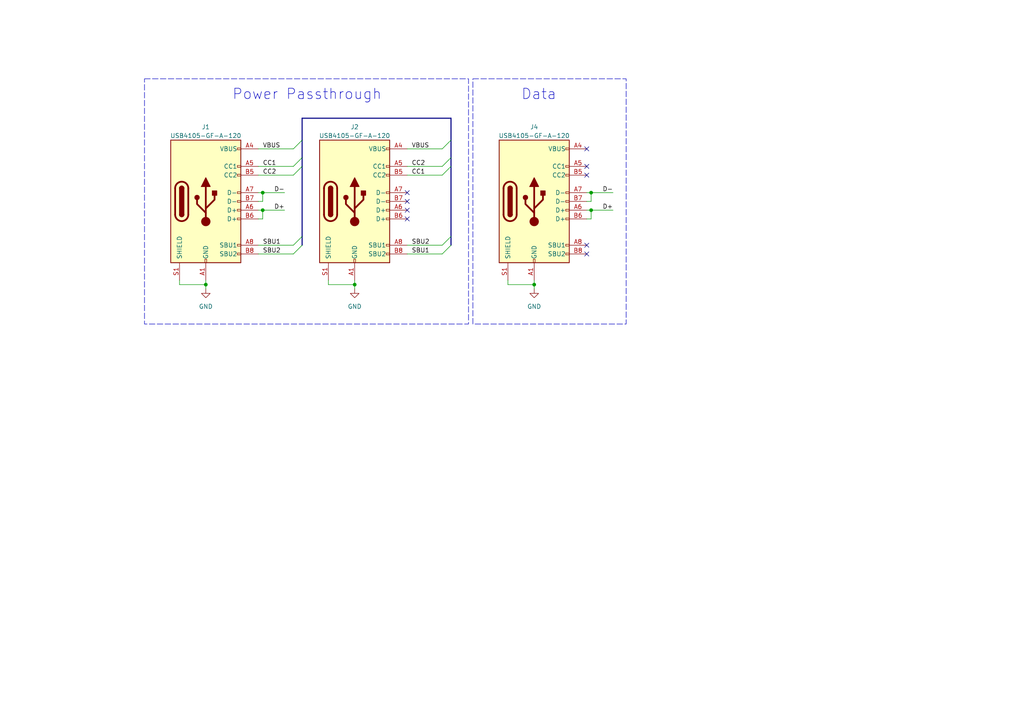
<source format=kicad_sch>
(kicad_sch (version 20230121) (generator eeschema)
  (paper "A4")
  (lib_symbols
    (symbol "Connector:USB_C_Receptacle_USB2.0" (pin_names (offset 1.016))
      (property "Reference" "J" (at -10.16 19.05 0))
      (property "Value" "USB_C_Receptacle_USB2.0" (at 19.05 19.05 0))
      (symbol "USB_C_Receptacle_USB2.0_0_0"
        (rectangle (start -0.254 -17.78) (end 0.254 -16.764))
        (rectangle (start 10.16 -14.986) (end 9.144 -15.494))
        (rectangle (start 10.16 -12.446) (end 9.144 -12.954))
        (rectangle (start 10.16 -4.826) (end 9.144 -5.334))
        (rectangle (start 10.16 -2.286) (end 9.144 -2.794))
        (rectangle (start 10.16 0.254) (end 9.144 -0.254))
        (rectangle (start 10.16 2.794) (end 9.144 2.286))
        (rectangle (start 10.16 7.874) (end 9.144 7.366))
        (rectangle (start 10.16 10.414) (end 9.144 9.906))
        (rectangle (start 10.16 15.494) (end 9.144 14.986))
      )
      (symbol "USB_C_Receptacle_USB2.0_0_1"
        (rectangle (start -10.16 17.78) (end 10.16 -17.78) (stroke (width 0.254)) (fill (type background)))
        (arc (start -8.89 -3.81) (mid -6.985 -5.7067) (end -5.08 -3.81) (stroke (width 0.508)))
        (arc (start -7.62 -3.81) (mid -6.985 -4.4423) (end -6.35 -3.81) (stroke (width 0.254)))
        (arc (start -7.62 -3.81) (mid -6.985 -4.4423) (end -6.35 -3.81) (stroke (width 0.254)) (fill (type outline)))
        (rectangle (start -7.62 -3.81) (end -6.35 3.81) (stroke (width 0.254)) (fill (type outline)))
        (arc (start -6.35 3.81) (mid -6.985 4.4423) (end -7.62 3.81) (stroke (width 0.254)))
        (arc (start -6.35 3.81) (mid -6.985 4.4423) (end -7.62 3.81) (stroke (width 0.254)) (fill (type outline)))
        (arc (start -5.08 3.81) (mid -6.985 5.7067) (end -8.89 3.81) (stroke (width 0.508)))
        (circle (center -2.54 1.143) (radius 0.635) (stroke (width 0.254)) (fill (type outline)))
        (circle (center 0 -5.842) (radius 1.27) (fill (type outline)))
        (polyline (pts (xy -8.89 -3.81) (xy -8.89 3.81)) (stroke (width 0.508)))
        (polyline (pts (xy -5.08 3.81) (xy -5.08 -3.81)) (stroke (width 0.508)))
        (polyline (pts (xy 0 -5.842) (xy 0 4.318)) (stroke (width 0.508)))
        (polyline (pts (xy 0 -3.302) (xy -2.54 -0.762) (xy -2.54 0.508)) (stroke (width 0.508)))
        (polyline (pts (xy 0 -2.032) (xy 2.54 0.508) (xy 2.54 1.778)) (stroke (width 0.508)))
        (polyline (pts (xy -1.27 4.318) (xy 0 6.858) (xy 1.27 4.318) (xy -1.27 4.318)) (stroke (width 0.254)) (fill (type outline)))
        (rectangle (start 1.905 1.778) (end 3.175 3.048) (stroke (width 0.254)) (fill (type outline)))
      )
      (symbol "USB_C_Receptacle_USB2.0_1_1"
        (pin passive line (at 0 -22.86 90) (length 5.08) (name "GND") (number "A1"))
        (pin passive line (at 0 -22.86 90) (length 5.08) hide (name "GND") (number "A12"))
        (pin passive line (at 15.24 15.24 180) (length 5.08) (name "VBUS") (number "A4"))
        (pin bidirectional line (at 15.24 10.16 180) (length 5.08) (name "CC1") (number "A5"))
        (pin bidirectional line (at 15.24 -2.54 180) (length 5.08) (name "D+") (number "A6"))
        (pin bidirectional line (at 15.24 2.54 180) (length 5.08) (name "D-") (number "A7"))
        (pin bidirectional line (at 15.24 -12.7 180) (length 5.08) (name "SBU1") (number "A8"))
        (pin passive line (at 15.24 15.24 180) (length 5.08) hide (name "VBUS") (number "A9"))
        (pin passive line (at 0 -22.86 90) (length 5.08) hide (name "GND") (number "B1"))
        (pin passive line (at 0 -22.86 90) (length 5.08) hide (name "GND") (number "B12"))
        (pin passive line (at 15.24 15.24 180) (length 5.08) hide (name "VBUS") (number "B4"))
        (pin bidirectional line (at 15.24 7.62 180) (length 5.08) (name "CC2") (number "B5"))
        (pin bidirectional line (at 15.24 -5.08 180) (length 5.08) (name "D+") (number "B6"))
        (pin bidirectional line (at 15.24 0 180) (length 5.08) (name "D-") (number "B7"))
        (pin bidirectional line (at 15.24 -15.24 180) (length 5.08) (name "SBU2") (number "B8"))
        (pin passive line (at 15.24 15.24 180) (length 5.08) hide (name "VBUS") (number "B9"))
        (pin passive line (at -7.62 -22.86 90) (length 5.08) (name "SHIELD") (number "S1"))
      )
    )
    (symbol "PCM_4ms_Power-symbol:GND" (power) (pin_names (offset 0))
      (property "Value" "GND" (at 0 -3.81 0))
      (symbol "GND_0_1"
        (polyline (pts (xy 0 0) (xy 0 -1.27) (xy 1.27 -1.27) (xy 0 -2.54) (xy -1.27 -1.27) (xy 0 -1.27)))
      )
      (symbol "GND_1_1"
        (pin power_in line (at 0 0 270) (length 0) hide (name "GND") (number "1"))
      )
    )
  )
  (junction (at 171.45 60.96))
  (junction (at 59.69 82.55))
  (junction (at 154.94 82.55))
  (junction (at 76.2 55.88))
  (junction (at 102.87 82.55))
  (junction (at 171.45 55.88))
  (junction (at 76.2 60.96))
  (no_connect (at 118.11 58.42))
  (no_connect (at 118.11 55.88))
  (no_connect (at 170.18 71.12))
  (no_connect (at 170.18 50.8))
  (no_connect (at 118.11 60.96))
  (no_connect (at 170.18 43.18))
  (no_connect (at 170.18 48.26))
  (no_connect (at 118.11 63.5))
  (no_connect (at 170.18 73.66))
  (bus_entry (at 128.27 43.18) (size 2.54 -2.54))
  (bus_entry (at 128.27 71.12) (size 2.54 -2.54))
  (bus_entry (at 128.27 48.26) (size 2.54 -2.54))
  (bus_entry (at 85.09 48.26) (size 2.54 -2.54))
  (bus_entry (at 128.27 50.8) (size 2.54 -2.54))
  (bus_entry (at 128.27 73.66) (size 2.54 -2.54))
  (bus_entry (at 85.09 71.12) (size 2.54 -2.54))
  (bus_entry (at 85.09 50.8) (size 2.54 -2.54))
  (bus_entry (at 85.09 73.66) (size 2.54 -2.54))
  (bus_entry (at 85.09 43.18) (size 2.54 -2.54))
  (wire (pts (xy 102.87 82.55) (xy 102.87 83.82)))
  (bus (pts (xy 130.81 34.29) (xy 87.63 34.29)))
  (wire (pts (xy 102.87 81.28) (xy 102.87 82.55)))
  (bus (pts (xy 130.81 40.64) (xy 130.81 45.72)))
  (wire (pts (xy 74.93 71.12) (xy 85.09 71.12)))
  (wire (pts (xy 154.94 82.55) (xy 154.94 83.82)))
  (wire (pts (xy 74.93 48.26) (xy 85.09 48.26)))
  (bus (pts (xy 87.63 40.64) (xy 87.63 45.72)))
  (bus (pts (xy 87.63 34.29) (xy 87.63 40.64)))
  (wire (pts (xy 170.18 60.96) (xy 171.45 60.96)))
  (wire (pts (xy 118.11 71.12) (xy 128.27 71.12)))
  (wire (pts (xy 118.11 43.18) (xy 128.27 43.18)))
  (wire (pts (xy 74.93 58.42) (xy 76.2 58.42)))
  (wire (pts (xy 74.93 55.88) (xy 76.2 55.88)))
  (wire (pts (xy 95.25 82.55) (xy 102.87 82.55)))
  (wire (pts (xy 76.2 58.42) (xy 76.2 55.88)))
  (wire (pts (xy 76.2 60.96) (xy 82.55 60.96)))
  (wire (pts (xy 171.45 63.5) (xy 171.45 60.96)))
  (wire (pts (xy 170.18 63.5) (xy 171.45 63.5)))
  (bus (pts (xy 130.81 40.64) (xy 130.81 34.29)))
  (wire (pts (xy 74.93 60.96) (xy 76.2 60.96)))
  (bus (pts (xy 87.63 48.26) (xy 87.63 68.58)))
  (wire (pts (xy 147.32 81.28) (xy 147.32 82.55)))
  (bus (pts (xy 87.63 45.72) (xy 87.63 48.26)))
  (wire (pts (xy 74.93 50.8) (xy 85.09 50.8)))
  (wire (pts (xy 154.94 81.28) (xy 154.94 82.55)))
  (wire (pts (xy 95.25 81.28) (xy 95.25 82.55)))
  (wire (pts (xy 171.45 55.88) (xy 177.8 55.88)))
  (wire (pts (xy 171.45 60.96) (xy 177.8 60.96)))
  (wire (pts (xy 59.69 82.55) (xy 59.69 83.82)))
  (wire (pts (xy 74.93 63.5) (xy 76.2 63.5)))
  (wire (pts (xy 171.45 58.42) (xy 171.45 55.88)))
  (wire (pts (xy 170.18 55.88) (xy 171.45 55.88)))
  (wire (pts (xy 170.18 58.42) (xy 171.45 58.42)))
  (bus (pts (xy 130.81 68.58) (xy 130.81 71.12)))
  (wire (pts (xy 118.11 48.26) (xy 128.27 48.26)))
  (wire (pts (xy 76.2 55.88) (xy 82.55 55.88)))
  (wire (pts (xy 59.69 81.28) (xy 59.69 82.55)))
  (wire (pts (xy 74.93 43.18) (xy 85.09 43.18)))
  (wire (pts (xy 52.07 82.55) (xy 59.69 82.55)))
  (wire (pts (xy 52.07 81.28) (xy 52.07 82.55)))
  (wire (pts (xy 118.11 50.8) (xy 128.27 50.8)))
  (wire (pts (xy 76.2 63.5) (xy 76.2 60.96)))
  (bus (pts (xy 87.63 68.58) (xy 87.63 71.12)))
  (bus (pts (xy 130.81 45.72) (xy 130.81 48.26)))
  (bus (pts (xy 130.81 48.26) (xy 130.81 68.58)))
  (wire (pts (xy 118.11 73.66) (xy 128.27 73.66)))
  (wire (pts (xy 74.93 73.66) (xy 85.09 73.66)))
  (wire (pts (xy 147.32 82.55) (xy 154.94 82.55)))
  (rectangle (start 137.16 22.86) (end 181.61 93.98) (stroke (width 0) (type dash)))
  (rectangle (start 41.91 22.86) (end 135.89 93.98) (stroke (width 0) (type dash)))
  (text "Data" (at 151.13 29.21 0) (effects (font (size 3 3)) (justify left bottom)))
  (text "Power Passthrough" (at 67.31 29.21 0) (effects (font (size 3 3)) (justify left bottom)))
  (label "CC1" (at 76.2 48.26 0))
  (label "SBU1" (at 119.38 73.66 0))
  (label "VBUS" (at 76.2 43.18 0))
  (label "D+" (at 82.55 60.96 180))
  (label "D-" (at 177.8 55.88 180))
  (label "SBU1" (at 76.2 71.12 0))
  (label "SBU2" (at 119.38 71.12 0))
  (label "CC1" (at 119.38 50.8 0))
  (label "D+" (at 177.8 60.96 180))
  (label "CC2" (at 119.38 48.26 0))
  (label "D-" (at 82.55 55.88 180))
  (label "SBU2" (at 76.2 73.66 0))
  (label "VBUS" (at 119.38 43.18 0))
  (label "CC2" (at 76.2 50.8 0))
  (symbol (lib_id "Connector:USB_C_Receptacle_USB2.0") (at 59.69 58.42 0) (unit 1)
    (property "Reference" "J1" (at 59.69 36.83 0))
    (property "Value" "USB4105-GF-A-120\n" (at 59.69 39.37 0))
    (property "Footprint" "Connector_USB:USB_C_Receptacle_GCT_USB4105-xx-A_16P_TopMnt_Horizontal" (effects hide))
    (property "Datasheet" "https://www.usb.org/sites/default/files/documents/usb_type-c.zip" (effects hide))
  )
  (symbol (lib_id "PCM_4ms_Power-symbol:GND") (at 154.94 83.82 0) (unit 1)
    (property "Reference" "#PWR04" (effects hide))
    (property "Value" "GND" (at 154.94 88.9 0))
  )
  (symbol (lib_id "PCM_4ms_Power-symbol:GND") (at 59.69 83.82 0) (unit 1)
    (property "Reference" "#PWR01" (effects hide))
    (property "Value" "GND" (at 59.69 88.9 0))
  )
  (symbol (lib_id "Connector:USB_C_Receptacle_USB2.0") (at 154.94 58.42 0) (unit 1)
    (property "Reference" "J4" (at 154.94 36.83 0))
    (property "Value" "USB4105-GF-A-120\n" (at 154.94 39.37 0))
    (property "Footprint" "Connector_USB:USB_C_Receptacle_GCT_USB4105-xx-A_16P_TopMnt_Horizontal" (effects hide))
    (property "Datasheet" "https://www.usb.org/sites/default/files/documents/usb_type-c.zip" (effects hide))
  )
  (symbol (lib_id "PCM_4ms_Power-symbol:GND") (at 102.87 83.82 0) (unit 1)
    (property "Reference" "#PWR02" (effects hide))
    (property "Value" "GND" (at 102.87 88.9 0))
  )
  (symbol (lib_id "Connector:USB_C_Receptacle_USB2.0") (at 102.87 58.42 0) (unit 1)
    (property "Reference" "J2" (at 102.87 36.83 0))
    (property "Value" "USB4105-GF-A-120\n" (at 102.87 39.37 0))
    (property "Footprint" "Connector_USB:USB_C_Receptacle_GCT_USB4105-xx-A_16P_TopMnt_Horizontal" (effects hide))
    (property "Datasheet" "https://www.usb.org/sites/default/files/documents/usb_type-c.zip" (effects hide))
  )
)
</source>
